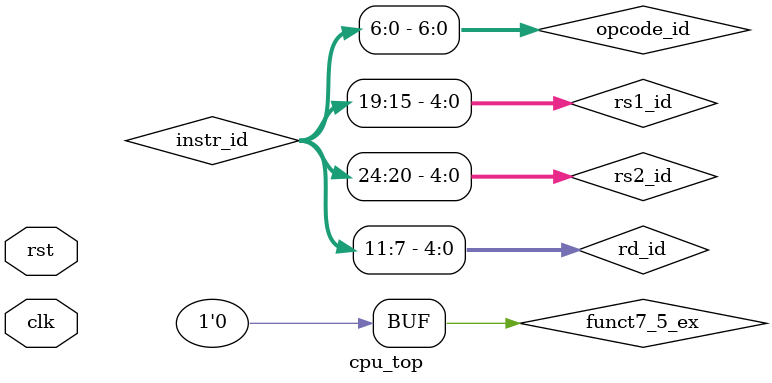
<source format=sv>
`include "instr_mem.sv"
`include "data_mem.sv"
`include "regfile.sv"
`include "alu.sv"
`include "imm_gen.sv"
`include "control_unit.sv"
`include "alu_control.sv"
`include "pipeline_regs.sv"
`include "hazard_unit.sv"
`include "forwarding_unit.sv"


module cpu_top(
  input logic clk,
  input logic rst
);

  // ============================================================================
  // STAGE 1: INSTRUCTION FETCH (IF)
  // ============================================================================
  logic [31:0] pc;
  logic [31:0] pc_next;
  logic [31:0] instr_if;
  
  instr_mem imem(
    .clk(clk),
    .addr(pc),
    .instr(instr_if)
  );

  // ============================================================================
  // PIPELINE: IF/ID REGISTER
  // ============================================================================
  logic [31:0] pc_id;
  logic [31:0] instr_id;
  
  if_id_reg ifid(
    .clk(clk),
    .flush(1'b0),
    .stall(1'b0),
    .pc_in(pc),
    .instr_in(instr_if),
    .pc_out(pc_id),
    .instr_out(instr_id)
  );

  // ============================================================================
  // STAGE 2: INSTRUCTION DECODE (ID)
  // ============================================================================
  
  // Extract opcode and register addresses
  logic [6:0] opcode_id;
  logic [4:0] rs1_id, rs2_id, rd_id;
  
  assign opcode_id = instr_id[6:0];
  assign rs1_id = instr_id[19:15];
  assign rs2_id = instr_id[24:20];
  assign rd_id = instr_id[11:7];

  // Immediate generation
  logic [31:0] imm_i, imm_s, imm_b, imm_u, imm_j;
  
  imm_gen immgen(
    .instr(instr_id),
    .imm_i(imm_i),
    .imm_s(imm_s),
    .imm_b(imm_b),
    .imm_u(imm_u),
    .imm_j(imm_j)
  );

  // Control signals
  logic regwrite_id, memtoreg_id, memread_id, memwrite_id, branch_id, alusrc_id;
  logic [1:0] aluop_id;
  
  control_unit ctrl(
    .opcode(opcode_id),
    .regwrite(regwrite_id),
    .memtoreg(memtoreg_id),
    .memread(memread_id),
    .memwrite(memwrite_id),
    .branch(branch_id),
    .aluop(aluop_id),
    .alusrc(alusrc_id)
  );

  // Register file read
  logic [31:0] rd1_id, rd2_id;
  
  regfile regs(
    .clk(clk),
    .we(1'b1),
    .ra1(rs1_id),
    .ra2(rs2_id),
    .wa(5'd0),
    .wd(32'd0),
    .rd1(rd1_id),
    .rd2(rd2_id)
  );

  // ============================================================================
  // PIPELINE: ID/EX REGISTER
  // ============================================================================
  logic [31:0] pc_ex, rd1_ex, rd2_ex, imm_ex;
  logic [4:0] rs1_ex, rs2_ex, rd_ex;
  logic regwrite_ex, memtoreg_ex, memread_ex, memwrite_ex, branch_ex, alusrc_ex;
  logic [1:0] aluop_ex;
  
  id_ex_reg idex(
    .clk(clk),
    .flush(1'b0),
    .pc_in(pc_id),
    .rd1_in(rd1_id),
    .rd2_in(rd2_id),
    .imm_in(imm_i),
    .rs1_in(rs1_id),
    .rs2_in(rs2_id),
    .rd_in(rd_id),
    .regwrite_in(regwrite_id),
    .memtoreg_in(memtoreg_id),
    .memread_in(memread_id),
    .memwrite_in(memwrite_id),
    .branch_in(branch_id),
    .aluop_in(aluop_id),
    .alusrc_in(alusrc_id),
    .pc_out(pc_ex),
    .rd1_out(rd1_ex),
    .rd2_out(rd2_ex),
    .imm_out(imm_ex),
    .rs1_out(rs1_ex),
    .rs2_out(rs2_ex),
    .rd_out(rd_ex),
    .regwrite_out(regwrite_ex),
    .memtoreg_out(memtoreg_ex),
    .memread_out(memread_ex),
    .memwrite_out(memwrite_ex),
    .branch_out(branch_ex),
    .aluop_out(aluop_ex),
    .alusrc_out(alusrc_ex)
  );

  // ============================================================================
  // STAGE 3: EXECUTE (EX)
  // ============================================================================
  
  // ALU inputs and outputs
  logic [31:0] alu_in1, alu_in2, alu_res_ex;
  logic zero_ex;
  logic [3:0] alu_ctrl;
  
  // ALU control generation
  logic [2:0] funct3_ex;
  logic funct7_5_ex;
  
  assign funct3_ex = pc_ex[14:12];     // Placeholder: in real design take from instr
  assign funct7_5_ex = 1'b0;
  
  alu_control aluctrl(
    .aluop(aluop_ex),
    .funct3(funct3_ex),
    .funct7_5(funct7_5_ex),
    .alu_ctrl(alu_ctrl)
  );

  // Forwarding logic (hooks for expansion)
  // TODO: Connect signals from EX/MEM and MEM/WB stages through forwarding unit
  assign alu_in1 = rd1_ex;
  assign alu_in2 = (alusrc_ex) ? imm_ex : rd2_ex;
  
  alu alu0(
    .a(alu_in1),
    .b(alu_in2),
    .alu_ctrl(alu_ctrl),
    .result(alu_res_ex),
    .zero(zero_ex)
  );

  // ============================================================================
  // PIPELINE: EX/MEM REGISTER
  // ============================================================================
  logic [31:0] alu_res_mem, rd2_mem;
  logic [4:0] rd_mem;
  logic regwrite_mem, memtoreg_mem, memread_mem, memwrite_mem;
  
  ex_mem_reg exmem(
    .clk(clk),
    .alu_res_in(alu_res_ex),
    .rd2_in(rd2_ex),
    .rd_in(rd_ex),
    .regwrite_in(regwrite_ex),
    .memtoreg_in(memtoreg_ex),
    .memread_in(memread_ex),
    .memwrite_in(memwrite_ex),
    .alu_res_out(alu_res_mem),
    .rd2_out(rd2_mem),
    .rd_out(rd_mem),
    .regwrite_out(regwrite_mem),
    .memtoreg_out(memtoreg_mem),
    .memread_out(memread_mem),
    .memwrite_out(memwrite_mem)
  );

  // ============================================================================
  // STAGE 4: MEMORY ACCESS (MEM)
  // ============================================================================
  logic [31:0] mem_rdata;
  
  data_mem dmem(
    .clk(clk),
    .memread(memread_mem),
    .memwrite(memwrite_mem),
    .addr(alu_res_mem),
    .wdata(rd2_mem),
    .rdata(mem_rdata)
  );

  // ============================================================================
  // PIPELINE: MEM/WB REGISTER
  // ============================================================================
  logic [31:0] mem_rdata_wb, alu_res_wb;
  logic [4:0] rd_wb;
  logic regwrite_wb, memtoreg_wb;
  
  mem_wb_reg memwb(
    .clk(clk),
    .mem_data_in(mem_rdata),
    .alu_res_in(alu_res_mem),
    .rd_in(rd_mem),
    .regwrite_in(regwrite_mem),
    .memtoreg_in(memtoreg_mem),
    .mem_data_out(mem_rdata_wb),
    .alu_res_out(alu_res_wb),
    .rd_out(rd_wb),
    .regwrite_out(regwrite_wb),
    .memtoreg_out(memtoreg_wb)
  );

  // ============================================================================
  // STAGE 5: WRITE BACK (WB)
  // ============================================================================
  // TODO: Implement register file write-back logic
  // Write selected data (memory or ALU result) to register file

endmodule

// =============================================================================="
</source>
